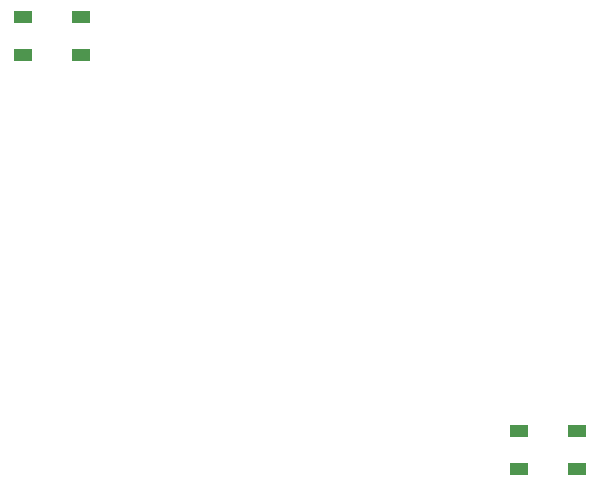
<source format=gbr>
%TF.GenerationSoftware,KiCad,Pcbnew,9.0.7*%
%TF.CreationDate,2026-01-11T22:49:09+06:00*%
%TF.ProjectId,pcb,7063622e-6b69-4636-9164-5f7063625858,rev?*%
%TF.SameCoordinates,Original*%
%TF.FileFunction,Paste,Top*%
%TF.FilePolarity,Positive*%
%FSLAX46Y46*%
G04 Gerber Fmt 4.6, Leading zero omitted, Abs format (unit mm)*
G04 Created by KiCad (PCBNEW 9.0.7) date 2026-01-11 22:49:09*
%MOMM*%
%LPD*%
G01*
G04 APERTURE LIST*
%ADD10R,1.500000X1.000000*%
G04 APERTURE END LIST*
D10*
%TO.C,D2*%
X180550000Y-91400000D03*
X180550000Y-94600000D03*
X185450000Y-94600000D03*
X185450000Y-91400000D03*
%TD*%
%TO.C,D1*%
X138550000Y-56400000D03*
X138550000Y-59600000D03*
X143450000Y-59600000D03*
X143450000Y-56400000D03*
%TD*%
M02*

</source>
